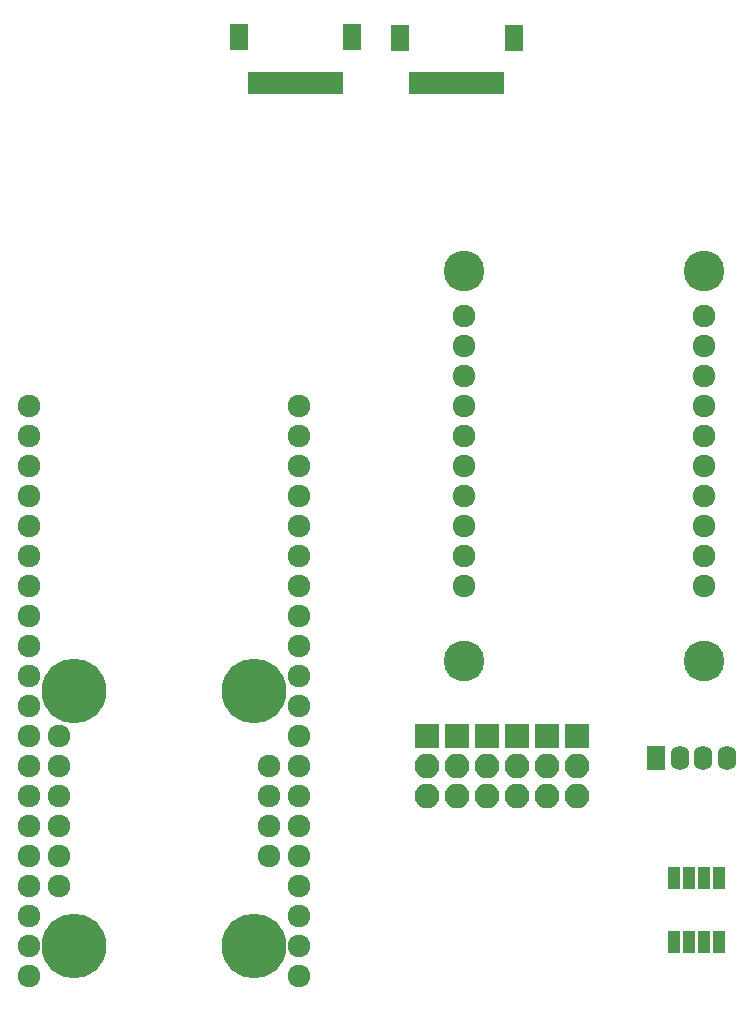
<source format=gbs>
G04 #@! TF.FileFunction,Soldermask,Bot*
%FSLAX46Y46*%
G04 Gerber Fmt 4.6, Leading zero omitted, Abs format (unit mm)*
G04 Created by KiCad (PCBNEW 4.0.7-e2-6376~58~ubuntu16.04.1) date Fri Jan 19 19:52:53 2018*
%MOMM*%
%LPD*%
G01*
G04 APERTURE LIST*
%ADD10C,0.100000*%
%ADD11C,1.924000*%
%ADD12R,1.000000X1.950000*%
%ADD13C,5.480000*%
%ADD14O,2.100000X2.100000*%
%ADD15R,2.100000X2.100000*%
%ADD16R,1.600000X2.100000*%
%ADD17O,1.600000X2.100000*%
%ADD18C,3.448000*%
%ADD19R,1.600000X2.200000*%
G04 APERTURE END LIST*
D10*
D11*
X142861000Y-134841000D03*
X142861000Y-132301000D03*
X142861000Y-129761000D03*
X142861000Y-127221000D03*
X142861000Y-124681000D03*
X142861000Y-122141000D03*
X142861000Y-119601000D03*
X142861000Y-117061000D03*
X142861000Y-114521000D03*
X142861000Y-111981000D03*
X142861000Y-109441000D03*
X142861000Y-106901000D03*
X142861000Y-104361000D03*
X142861000Y-101821000D03*
X142861000Y-99281000D03*
X142861000Y-96741000D03*
X142861000Y-94201000D03*
X142861000Y-91661000D03*
X142861000Y-89121000D03*
X142861000Y-86581000D03*
X120001000Y-86581000D03*
X120001000Y-89121000D03*
X120001000Y-91661000D03*
X120001000Y-94201000D03*
X120001000Y-96741000D03*
X120001000Y-99281000D03*
X120001000Y-101821000D03*
X120001000Y-104361000D03*
X120001000Y-109441000D03*
X120001000Y-111981000D03*
X120001000Y-114521000D03*
X120001000Y-117061000D03*
X120001000Y-119601000D03*
X120001000Y-122141000D03*
X120001000Y-124681000D03*
X120001000Y-127221000D03*
X120001000Y-129761000D03*
X120001000Y-132301000D03*
X120001000Y-106901000D03*
X120001000Y-134841000D03*
X142861000Y-134841000D03*
X142861000Y-132301000D03*
X142861000Y-129761000D03*
X142861000Y-127221000D03*
X142861000Y-124681000D03*
X142861000Y-122141000D03*
X142861000Y-119601000D03*
X142861000Y-117061000D03*
X142861000Y-114521000D03*
X142861000Y-111981000D03*
X142861000Y-109441000D03*
X142861000Y-106901000D03*
X142861000Y-104361000D03*
X142861000Y-101821000D03*
X142861000Y-99281000D03*
X142861000Y-96741000D03*
X142861000Y-94201000D03*
X142861000Y-91661000D03*
X142861000Y-89121000D03*
X142861000Y-86581000D03*
X120001000Y-86581000D03*
X120001000Y-89121000D03*
X120001000Y-91661000D03*
X120001000Y-94201000D03*
X120001000Y-96741000D03*
X120001000Y-99281000D03*
X120001000Y-101821000D03*
X120001000Y-104361000D03*
X120001000Y-109441000D03*
X120001000Y-111981000D03*
X120001000Y-114521000D03*
X120001000Y-117061000D03*
X120001000Y-119601000D03*
X120001000Y-122141000D03*
X120001000Y-124681000D03*
X120001000Y-127221000D03*
X120001000Y-129761000D03*
X120001000Y-132301000D03*
X120001000Y-106901000D03*
X120001000Y-134841000D03*
D12*
X178421000Y-131986000D03*
X177151000Y-131986000D03*
X175881000Y-131986000D03*
X174611000Y-131986000D03*
X174611000Y-126586000D03*
X175881000Y-126586000D03*
X177151000Y-126586000D03*
X178421000Y-126586000D03*
D13*
X123811000Y-132301000D03*
X139051000Y-132301000D03*
X123811000Y-110711000D03*
X139051000Y-110711000D03*
D11*
X122541000Y-127221000D03*
X122541000Y-124681000D03*
X122541000Y-122141000D03*
X122541000Y-119601000D03*
X122541000Y-117061000D03*
X122541000Y-114521000D03*
X140321000Y-124681000D03*
X140321000Y-122141000D03*
X140321000Y-119601000D03*
X140321000Y-117061000D03*
D14*
X156196000Y-119601000D03*
D15*
X156196000Y-114521000D03*
D14*
X156196000Y-117061000D03*
X163816000Y-119601000D03*
D15*
X163816000Y-114521000D03*
D14*
X163816000Y-117061000D03*
D16*
X173056000Y-116426000D03*
D17*
X175056000Y-116426000D03*
X177056000Y-116426000D03*
X179056000Y-116426000D03*
D14*
X166356000Y-119601000D03*
D15*
X166356000Y-114521000D03*
D14*
X166356000Y-117061000D03*
X153656000Y-119601000D03*
D15*
X153656000Y-114521000D03*
D14*
X153656000Y-117061000D03*
X161276000Y-119601000D03*
D15*
X161276000Y-114521000D03*
D14*
X161276000Y-117061000D03*
X158736000Y-119601000D03*
D15*
X158736000Y-114521000D03*
D14*
X158736000Y-117061000D03*
D18*
X156831000Y-75151000D03*
X156831000Y-108171000D03*
X177151000Y-108171000D03*
D11*
X156831000Y-78961000D03*
X156831000Y-81501000D03*
X156831000Y-84041000D03*
X156831000Y-86581000D03*
X156831000Y-89121000D03*
X156831000Y-91661000D03*
X156831000Y-94201000D03*
X156831000Y-96741000D03*
X156831000Y-99281000D03*
X156831000Y-101821000D03*
X177151000Y-101821000D03*
X177151000Y-99281000D03*
X177151000Y-96741000D03*
X177151000Y-94201000D03*
X177151000Y-91661000D03*
X177151000Y-89121000D03*
X177151000Y-86581000D03*
X177151000Y-84041000D03*
X177151000Y-81501000D03*
X177151000Y-78961000D03*
D18*
X177151000Y-75151000D03*
D12*
X139036000Y-59276000D03*
X140036000Y-59276000D03*
X141036000Y-59276000D03*
X142036000Y-59276000D03*
X143036000Y-59276000D03*
X144036000Y-59276000D03*
X145036000Y-59276000D03*
X146036000Y-59276000D03*
D19*
X137736000Y-55401000D03*
X147336000Y-55401000D03*
D12*
X152696000Y-59308500D03*
X153696000Y-59308500D03*
X154696000Y-59308500D03*
X155696000Y-59308500D03*
X156696000Y-59308500D03*
X157696000Y-59308500D03*
X158696000Y-59308500D03*
X159696000Y-59308500D03*
D19*
X151396000Y-55433500D03*
X160996000Y-55433500D03*
M02*

</source>
